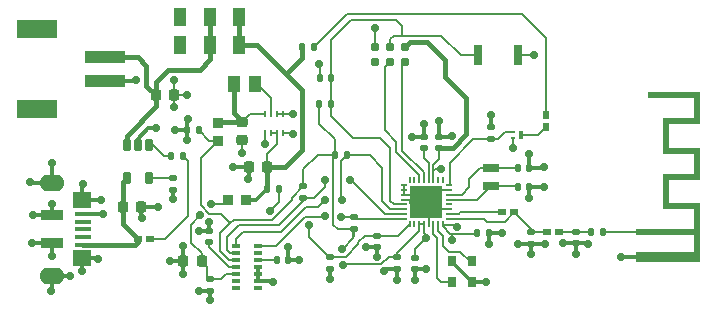
<source format=gtl>
%TF.GenerationSoftware,KiCad,Pcbnew,9.0.3*%
%TF.CreationDate,2025-09-07T14:42:41+02:00*%
%TF.ProjectId,LoTiBloxy,4c6f5469-426c-46f7-9879-2e6b69636164,rev?*%
%TF.SameCoordinates,Original*%
%TF.FileFunction,Copper,L1,Top*%
%TF.FilePolarity,Positive*%
%FSLAX46Y46*%
G04 Gerber Fmt 4.6, Leading zero omitted, Abs format (unit mm)*
G04 Created by KiCad (PCBNEW 9.0.3) date 2025-09-07 14:42:41*
%MOMM*%
%LPD*%
G01*
G04 APERTURE LIST*
G04 Aperture macros list*
%AMRoundRect*
0 Rectangle with rounded corners*
0 $1 Rounding radius*
0 $2 $3 $4 $5 $6 $7 $8 $9 X,Y pos of 4 corners*
0 Add a 4 corners polygon primitive as box body*
4,1,4,$2,$3,$4,$5,$6,$7,$8,$9,$2,$3,0*
0 Add four circle primitives for the rounded corners*
1,1,$1+$1,$2,$3*
1,1,$1+$1,$4,$5*
1,1,$1+$1,$6,$7*
1,1,$1+$1,$8,$9*
0 Add four rect primitives between the rounded corners*
20,1,$1+$1,$2,$3,$4,$5,0*
20,1,$1+$1,$4,$5,$6,$7,0*
20,1,$1+$1,$6,$7,$8,$9,0*
20,1,$1+$1,$8,$9,$2,$3,0*%
G04 Aperture macros list end*
%TA.AperFunction,EtchedComponent*%
%ADD10C,0.000000*%
%TD*%
%TA.AperFunction,SMDPad,CuDef*%
%ADD11R,3.403600X1.498600*%
%TD*%
%TA.AperFunction,SMDPad,CuDef*%
%ADD12R,3.505200X0.990600*%
%TD*%
%TA.AperFunction,ConnectorPad*%
%ADD13R,0.500000X0.500000*%
%TD*%
%TA.AperFunction,SMDPad,CuDef*%
%ADD14R,0.500000X0.900000*%
%TD*%
%TA.AperFunction,SMDPad,CuDef*%
%ADD15RoundRect,0.135000X-0.135000X-0.185000X0.135000X-0.185000X0.135000X0.185000X-0.135000X0.185000X0*%
%TD*%
%TA.AperFunction,SMDPad,CuDef*%
%ADD16R,0.939800X0.965200*%
%TD*%
%TA.AperFunction,SMDPad,CuDef*%
%ADD17RoundRect,0.140000X-0.170000X0.140000X-0.170000X-0.140000X0.170000X-0.140000X0.170000X0.140000X0*%
%TD*%
%TA.AperFunction,SMDPad,CuDef*%
%ADD18RoundRect,0.140000X0.140000X0.170000X-0.140000X0.170000X-0.140000X-0.170000X0.140000X-0.170000X0*%
%TD*%
%TA.AperFunction,SMDPad,CuDef*%
%ADD19RoundRect,0.225000X0.225000X0.250000X-0.225000X0.250000X-0.225000X-0.250000X0.225000X-0.250000X0*%
%TD*%
%TA.AperFunction,SMDPad,CuDef*%
%ADD20R,1.397000X0.698500*%
%TD*%
%TA.AperFunction,SMDPad,CuDef*%
%ADD21R,1.100000X1.420000*%
%TD*%
%TA.AperFunction,SMDPad,CuDef*%
%ADD22R,0.711200X0.558800*%
%TD*%
%TA.AperFunction,SMDPad,CuDef*%
%ADD23R,0.660400X0.609600*%
%TD*%
%TA.AperFunction,SMDPad,CuDef*%
%ADD24R,0.660400X0.399998*%
%TD*%
%TA.AperFunction,SMDPad,CuDef*%
%ADD25R,0.660400X0.400000*%
%TD*%
%TA.AperFunction,SMDPad,CuDef*%
%ADD26R,0.657700X0.400000*%
%TD*%
%TA.AperFunction,SMDPad,CuDef*%
%ADD27R,0.400000X0.250000*%
%TD*%
%TA.AperFunction,SMDPad,CuDef*%
%ADD28R,0.400000X0.700000*%
%TD*%
%TA.AperFunction,SMDPad,CuDef*%
%ADD29RoundRect,0.140000X-0.140000X-0.170000X0.140000X-0.170000X0.140000X0.170000X-0.140000X0.170000X0*%
%TD*%
%TA.AperFunction,SMDPad,CuDef*%
%ADD30RoundRect,0.150000X-0.150000X0.400000X-0.150000X-0.400000X0.150000X-0.400000X0.150000X0.400000X0*%
%TD*%
%TA.AperFunction,SMDPad,CuDef*%
%ADD31R,1.000000X1.600000*%
%TD*%
%TA.AperFunction,SMDPad,CuDef*%
%ADD32RoundRect,0.135000X-0.185000X0.135000X-0.185000X-0.135000X0.185000X-0.135000X0.185000X0.135000X0*%
%TD*%
%TA.AperFunction,SMDPad,CuDef*%
%ADD33RoundRect,0.225000X-0.250000X0.225000X-0.250000X-0.225000X0.250000X-0.225000X0.250000X0.225000X0*%
%TD*%
%TA.AperFunction,SMDPad,CuDef*%
%ADD34R,0.762000X0.965200*%
%TD*%
%TA.AperFunction,SMDPad,CuDef*%
%ADD35R,0.609600X0.660400*%
%TD*%
%TA.AperFunction,SMDPad,CuDef*%
%ADD36RoundRect,0.225000X-0.225000X-0.250000X0.225000X-0.250000X0.225000X0.250000X-0.225000X0.250000X0*%
%TD*%
%TA.AperFunction,ConnectorPad*%
%ADD37C,0.787400*%
%TD*%
%TA.AperFunction,SMDPad,CuDef*%
%ADD38R,0.253996X0.604900*%
%TD*%
%TA.AperFunction,SMDPad,CuDef*%
%ADD39R,0.254000X0.604900*%
%TD*%
%TA.AperFunction,SMDPad,CuDef*%
%ADD40RoundRect,0.140000X0.170000X-0.140000X0.170000X0.140000X-0.170000X0.140000X-0.170000X-0.140000X0*%
%TD*%
%TA.AperFunction,SMDPad,CuDef*%
%ADD41O,0.599999X0.200000*%
%TD*%
%TA.AperFunction,SMDPad,CuDef*%
%ADD42O,0.200000X0.599999*%
%TD*%
%TA.AperFunction,ComponentPad*%
%ADD43C,0.700000*%
%TD*%
%TA.AperFunction,SMDPad,CuDef*%
%ADD44R,2.799999X2.799999*%
%TD*%
%TA.AperFunction,SMDPad,CuDef*%
%ADD45R,1.371600X0.457200*%
%TD*%
%TA.AperFunction,SMDPad,CuDef*%
%ADD46R,1.371600X0.448601*%
%TD*%
%TA.AperFunction,SMDPad,CuDef*%
%ADD47R,1.371600X0.448600*%
%TD*%
%TA.AperFunction,SMDPad,CuDef*%
%ADD48R,1.371600X0.439998*%
%TD*%
%TA.AperFunction,ComponentPad*%
%ADD49O,2.108200X1.422400*%
%TD*%
%TA.AperFunction,SMDPad,CuDef*%
%ADD50R,1.549400X1.422400*%
%TD*%
%TA.AperFunction,SMDPad,CuDef*%
%ADD51R,1.905000X0.889000*%
%TD*%
%TA.AperFunction,SMDPad,CuDef*%
%ADD52RoundRect,0.135000X0.185000X-0.135000X0.185000X0.135000X-0.185000X0.135000X-0.185000X-0.135000X0*%
%TD*%
%TA.AperFunction,SMDPad,CuDef*%
%ADD53RoundRect,0.135000X0.135000X0.185000X-0.135000X0.185000X-0.135000X-0.185000X0.135000X-0.185000X0*%
%TD*%
%TA.AperFunction,SMDPad,CuDef*%
%ADD54R,0.800000X1.700000*%
%TD*%
%TA.AperFunction,SMDPad,CuDef*%
%ADD55R,0.965200X0.939800*%
%TD*%
%TA.AperFunction,ViaPad*%
%ADD56C,0.700000*%
%TD*%
%TA.AperFunction,Conductor*%
%ADD57C,0.200000*%
%TD*%
%TA.AperFunction,Conductor*%
%ADD58C,0.350000*%
%TD*%
%TA.AperFunction,Conductor*%
%ADD59C,0.400000*%
%TD*%
G04 APERTURE END LIST*
D10*
%TA.AperFunction,EtchedComponent*%
%TO.C,AE2*%
G36*
X137750000Y-92668196D02*
G01*
X135110000Y-92668196D01*
X135110000Y-94668196D01*
X137750000Y-94668196D01*
X137750000Y-97368196D01*
X135110000Y-97368196D01*
X135110000Y-99368196D01*
X137750000Y-99368196D01*
X137750000Y-104368196D01*
X132593215Y-104368196D01*
X132350000Y-104368196D01*
X132350000Y-103943352D01*
X132453957Y-103943352D01*
X132466065Y-103986015D01*
X132470419Y-103993927D01*
X132503203Y-104031870D01*
X132545605Y-104055938D01*
X132593215Y-104065779D01*
X132641622Y-104061043D01*
X132686416Y-104041381D01*
X132723186Y-104006441D01*
X132740092Y-103973549D01*
X132747982Y-103925463D01*
X132741408Y-103875878D01*
X132721313Y-103830568D01*
X132688643Y-103795308D01*
X132656417Y-103778414D01*
X132608158Y-103769974D01*
X132558632Y-103776505D01*
X132513447Y-103797064D01*
X132478213Y-103830707D01*
X132467600Y-103849318D01*
X132454700Y-103894833D01*
X132453957Y-103943352D01*
X132350000Y-103943352D01*
X132350000Y-103468196D01*
X137250000Y-103468196D01*
X137250000Y-102068196D01*
X132350000Y-102068196D01*
X132350000Y-101568196D01*
X137250000Y-101568196D01*
X137250000Y-99868196D01*
X134610000Y-99868196D01*
X134610000Y-96868196D01*
X137250000Y-96868196D01*
X137250000Y-95168196D01*
X134610000Y-95168196D01*
X134610000Y-92168196D01*
X137250000Y-92168196D01*
X137250000Y-90468196D01*
X133310000Y-90468196D01*
X133310000Y-89968196D01*
X137750000Y-89968196D01*
X137750000Y-92668196D01*
G37*
%TD.AperFunction*%
%TD*%
D11*
%TO.P,J2,4*%
%TO.N,N/C*%
X81605299Y-91350001D03*
%TO.P,J2,3*%
X81605299Y-84649999D03*
D12*
%TO.P,J2,2,2*%
%TO.N,GND*%
X87355300Y-89000001D03*
%TO.P,J2,1,1*%
%TO.N,/PowerSection/VBAT*%
X87355300Y-86999999D03*
%TD*%
D13*
%TO.P,AE2,1,A*%
%TO.N,/MCU/FEED*%
X132600000Y-101818196D03*
D14*
%TO.P,AE2,2,Shield*%
%TO.N,GND*%
X132600000Y-103918196D03*
%TD*%
D15*
%TO.P,R1,1*%
%TO.N,/VDD_1V8*%
X106805000Y-95300000D03*
%TO.P,R1,2*%
%TO.N,/SDA*%
X107825000Y-95300000D03*
%TD*%
D16*
%TO.P,FB1,1*%
%TO.N,/PowerSection/VOS*%
X96910000Y-92575700D03*
%TO.P,FB1,2*%
%TO.N,/VDD_1V8*%
X96910000Y-94074300D03*
%TD*%
D17*
%TO.P,C21,1*%
%TO.N,/MCU/batCheck*%
X110388192Y-102120000D03*
%TO.P,C21,2*%
%TO.N,GND*%
X110388192Y-103080000D03*
%TD*%
D18*
%TO.P,C7,1*%
%TO.N,/VDD_1V8*%
X95280000Y-93200000D03*
%TO.P,C7,2*%
%TO.N,GND*%
X94320000Y-93200000D03*
%TD*%
D17*
%TO.P,C13,1*%
%TO.N,/VDD_1V8*%
X113600000Y-103970000D03*
%TO.P,C13,2*%
%TO.N,GND*%
X113600000Y-104930000D03*
%TD*%
D19*
%TO.P,C10,1*%
%TO.N,/VSYS*%
X101054200Y-96316800D03*
%TO.P,C10,2*%
%TO.N,GND*%
X99504200Y-96316800D03*
%TD*%
D20*
%TO.P,XTAL1,1,1*%
%TO.N,/MCU/x32_Q2*%
X120015000Y-96399350D03*
%TO.P,XTAL1,2,2*%
%TO.N,/MCU/x32_Q1*%
X120015000Y-97910650D03*
%TD*%
D21*
%TO.P,L1,1,1*%
%TO.N,/PowerSection/SW*%
X100035000Y-89300000D03*
%TO.P,L1,2,2*%
%TO.N,/PowerSection/VOS*%
X98265000Y-89300000D03*
%TD*%
D22*
%TO.P,L5,1,1*%
%TO.N,/MCU/RFP*%
X124769300Y-101818196D03*
%TO.P,L5,2,2*%
%TO.N,/MCU/AntsCaps*%
X125810700Y-101818196D03*
%TD*%
D23*
%TO.P,D1,1,K*%
%TO.N,Net-(D1-K)*%
X91180273Y-102404419D03*
%TO.P,D1,2,A*%
%TO.N,/PowerSection/VBUS*%
X90138873Y-102404419D03*
%TD*%
D15*
%TO.P,R9,1*%
%TO.N,/VSYS*%
X104036400Y-86106000D03*
%TO.P,R9,2*%
%TO.N,Net-(D2-A)*%
X105056400Y-86106000D03*
%TD*%
D17*
%TO.P,C5,1*%
%TO.N,/MCU/AntsCaps*%
X127240000Y-101788196D03*
%TO.P,C5,2*%
%TO.N,GND*%
X127240000Y-102748196D03*
%TD*%
D24*
%TO.P,U1,1,SDA*%
%TO.N,/SDA*%
X98425000Y-102975001D03*
D25*
%TO.P,U1,2,SCL*%
%TO.N,/SCL*%
X98425000Y-103575000D03*
D24*
%TO.P,U1,3,LDO_EN*%
%TO.N,/VDD_1V8*%
X98425000Y-104175001D03*
D25*
%TO.P,U1,4,VLDO*%
%TO.N,/sensor/VLDO*%
X98425000Y-104775000D03*
%TO.P,U1,5,VLED*%
%TO.N,/VLED*%
X98425000Y-105375000D03*
%TO.P,U1,6,NC*%
%TO.N,unconnected-(U1-NC-Pad6)*%
X98425000Y-105975000D03*
%TO.P,U1,7,NC*%
%TO.N,unconnected-(U1-NC-Pad7)*%
X98425000Y-106575000D03*
%TO.P,U1,8,NC*%
%TO.N,unconnected-(U1-NC-Pad8)*%
X100330000Y-106575000D03*
%TO.P,U1,9,PGND*%
%TO.N,GND*%
X100330000Y-105975000D03*
%TO.P,U1,10,GND_DIG*%
X100330000Y-105375000D03*
D26*
%TO.P,U1,11,GND_ANA*%
X100331350Y-104775000D03*
D24*
%TO.P,U1,12,VREF*%
%TO.N,/sensor/VREF*%
X100330000Y-104175001D03*
D25*
%TO.P,U1,13,GPIO*%
%TO.N,unconnected-(U1-GPIO-Pad13)*%
X100330000Y-103575000D03*
D24*
%TO.P,U1,14,INTB*%
%TO.N,/INTB*%
X100330000Y-102975001D03*
%TD*%
D22*
%TO.P,L4,1,1*%
%TO.N,/MCU/RFN*%
X120919300Y-100118196D03*
%TO.P,L4,2,2*%
%TO.N,/MCU/RFP*%
X121960700Y-100118196D03*
%TD*%
D27*
%TO.P,Q1,1,G*%
%TO.N,/MCU/statusCtrl*%
X121900000Y-93375001D03*
D28*
%TO.P,Q1,2,D*%
%TO.N,Net-(D2-K)*%
X122600000Y-93600000D03*
D27*
%TO.P,Q1,3,S*%
%TO.N,GND*%
X121900000Y-93824999D03*
%TD*%
D29*
%TO.P,C15,1*%
%TO.N,/MCU/x32_Q2*%
X122285000Y-96355000D03*
%TO.P,C15,2*%
%TO.N,GND*%
X123245000Y-96355000D03*
%TD*%
%TO.P,C6,1*%
%TO.N,/MCU/AntsCaps*%
X128510000Y-101838196D03*
%TO.P,C6,2*%
%TO.N,/MCU/FEED*%
X129470000Y-101838196D03*
%TD*%
D30*
%TO.P,U4,1,STAT*%
%TO.N,/PowerSection/STAT*%
X91075000Y-94450000D03*
%TO.P,U4,2,VSS*%
%TO.N,GND*%
X90125000Y-94450000D03*
%TO.P,U4,3,VBAT*%
%TO.N,/PowerSection/VBAT*%
X89175000Y-94450000D03*
%TO.P,U4,4,VDD*%
%TO.N,/PowerSection/VBUS*%
X89175000Y-97250000D03*
%TO.P,U4,5,PROG*%
%TO.N,/PowerSection/PROG*%
X91075000Y-97250000D03*
%TD*%
D31*
%TO.P,S3,1,1*%
%TO.N,/VSYS*%
X98700000Y-86000000D03*
%TO.P,S3,1.1,1*%
X98700000Y-83600000D03*
%TO.P,S3,2,2*%
%TO.N,/PowerSection/VBAT*%
X96200000Y-86000000D03*
%TO.P,S3,2.1,2*%
X96200000Y-83600000D03*
%TO.P,S3,3,3*%
%TO.N,unconnected-(S3-Pad3)*%
X93700000Y-86000000D03*
%TO.P,S3,3.1,3*%
%TO.N,unconnected-(S3-3-Pad3.1)*%
X93700000Y-83600000D03*
%TD*%
D19*
%TO.P,C2,1*%
%TO.N,/VLED*%
X95525000Y-104250000D03*
%TO.P,C2,2*%
%TO.N,GND*%
X93975000Y-104250000D03*
%TD*%
D18*
%TO.P,C19,1*%
%TO.N,/MCU/nRESET*%
X106480000Y-88800000D03*
%TO.P,C19,2*%
%TO.N,GND*%
X105520000Y-88800000D03*
%TD*%
D32*
%TO.P,R7,1*%
%TO.N,/MCU/batCheck*%
X106400000Y-103890000D03*
%TO.P,R7,2*%
%TO.N,GND*%
X106400000Y-104910000D03*
%TD*%
D15*
%TO.P,R4,1*%
%TO.N,/VDD_1V8*%
X105490000Y-91000000D03*
%TO.P,R4,2*%
%TO.N,/MCU/nRESET*%
X106510000Y-91000000D03*
%TD*%
D33*
%TO.P,C11,1*%
%TO.N,/PowerSection/VOS*%
X98960000Y-92475000D03*
%TO.P,C11,2*%
%TO.N,GND*%
X98960000Y-94025000D03*
%TD*%
D17*
%TO.P,C20,1*%
%TO.N,/VLED*%
X96274700Y-105811600D03*
%TO.P,C20,2*%
%TO.N,GND*%
X96274700Y-106771600D03*
%TD*%
D34*
%TO.P,XTAL2,1,1*%
%TO.N,/MCU/x24_P*%
X118450001Y-104297401D03*
%TO.P,XTAL2,2,2*%
%TO.N,GND*%
X116749999Y-104297401D03*
%TO.P,XTAL2,3,3*%
%TO.N,/MCU/x24_N*%
X116749999Y-106050001D03*
%TO.P,XTAL2,4,4*%
%TO.N,GND*%
X118450001Y-106050001D03*
%TD*%
D35*
%TO.P,D2,1,K*%
%TO.N,Net-(D2-K)*%
X124690000Y-92943196D03*
%TO.P,D2,2,A*%
%TO.N,Net-(D2-A)*%
X124690000Y-91901796D03*
%TD*%
D36*
%TO.P,C18,1*%
%TO.N,/PowerSection/VBAT*%
X91625000Y-90200000D03*
%TO.P,C18,2*%
%TO.N,GND*%
X93175000Y-90200000D03*
%TD*%
D37*
%TO.P,J1,1,VCC*%
%TO.N,/VDD_1V8*%
X112730000Y-86165000D03*
%TO.P,J1,2,SWDIO*%
%TO.N,/MCU/TMS*%
X112730000Y-87435000D03*
%TO.P,J1,3,~{RESET}*%
%TO.N,/MCU/nRESET*%
X111460000Y-86165000D03*
%TO.P,J1,4,SWCLK*%
%TO.N,/MCU/TCK*%
X111460000Y-87435000D03*
%TO.P,J1,5,GND*%
%TO.N,GND*%
X110190000Y-86165000D03*
%TO.P,J1,6,SWO*%
%TO.N,unconnected-(J1-SWO-Pad6)*%
X110190000Y-87435000D03*
%TD*%
D38*
%TO.P,U3,1,GND*%
%TO.N,GND*%
X100900001Y-93452450D03*
D39*
%TO.P,U3,2,VIN*%
%TO.N,/VSYS*%
X101400000Y-93452450D03*
%TO.P,U3,3,MODE*%
X101900000Y-93452450D03*
D38*
%TO.P,U3,4,EN*%
%TO.N,GND*%
X102399999Y-93452450D03*
D39*
%TO.P,U3,5,VSET*%
X102400001Y-91847550D03*
%TO.P,U3,6,STOP*%
X101900000Y-91847550D03*
%TO.P,U3,7,SW*%
%TO.N,/PowerSection/SW*%
X101400000Y-91847550D03*
D38*
%TO.P,U3,8,VOS*%
%TO.N,/PowerSection/VOS*%
X100900001Y-91847550D03*
%TD*%
D32*
%TO.P,R6,1*%
%TO.N,/PowerSection/PROG*%
X93088873Y-97269419D03*
%TO.P,R6,2*%
%TO.N,GND*%
X93088873Y-98289419D03*
%TD*%
D40*
%TO.P,C8,1*%
%TO.N,/VDD_1V8*%
X115640000Y-94698196D03*
%TO.P,C8,2*%
%TO.N,GND*%
X115640000Y-93738196D03*
%TD*%
D32*
%TO.P,R2,1*%
%TO.N,/VDD_1V8*%
X104140000Y-97915000D03*
%TO.P,R2,2*%
%TO.N,/SCL*%
X104140000Y-98935000D03*
%TD*%
D36*
%TO.P,C12,1*%
%TO.N,/PowerSection/VBUS*%
X88875000Y-99650000D03*
%TO.P,C12,2*%
%TO.N,GND*%
X90425000Y-99650000D03*
%TD*%
D40*
%TO.P,C1,1*%
%TO.N,/sensor/VLDO*%
X96174700Y-102691600D03*
%TO.P,C1,2*%
%TO.N,GND*%
X96174700Y-101731600D03*
%TD*%
D41*
%TO.P,U2,1,RF_P*%
%TO.N,/MCU/RFP*%
X116439999Y-100668198D03*
%TO.P,U2,2,RF_N*%
%TO.N,/MCU/RFN*%
X116439999Y-100268197D03*
%TO.P,U2,3,VSS*%
%TO.N,GND*%
X116439999Y-99868197D03*
%TO.P,U2,4,RX_TX*%
%TO.N,unconnected-(U2-RX_TX-Pad4)*%
X116439999Y-99468198D03*
%TO.P,U2,5,X32K_Q1*%
%TO.N,/MCU/x32_Q1*%
X116439999Y-99068196D03*
%TO.P,U2,6,X32K_Q2*%
%TO.N,/MCU/x32_Q2*%
X116439999Y-98668197D03*
%TO.P,U2,7,VSS*%
%TO.N,GND*%
X116439999Y-98268198D03*
%TO.P,U2,8,DIO_0*%
%TO.N,/MCU/statusCtrl*%
X116439999Y-97868196D03*
D42*
%TO.P,U2,9,DIO_1*%
%TO.N,unconnected-(U2-DIO_1-Pad9)*%
X115940000Y-97368197D03*
%TO.P,U2,10,DIO_2*%
%TO.N,unconnected-(U2-DIO_2-Pad10)*%
X115539998Y-97368197D03*
%TO.P,U2,11,VDDS2*%
%TO.N,/VDD_1V8*%
X115139999Y-97368197D03*
%TO.P,U2,12,DCOUPL*%
%TO.N,/MCU/DCOUPL*%
X114740000Y-97368197D03*
%TO.P,U2,13,JTAG_TMSC*%
%TO.N,/MCU/TMS*%
X114339998Y-97368197D03*
%TO.P,U2,14,JTAG_TCKC*%
%TO.N,/MCU/TCK*%
X113939999Y-97368197D03*
%TO.P,U2,15,DIO_3*%
%TO.N,unconnected-(U2-DIO_3-Pad15)*%
X113539999Y-97368197D03*
%TO.P,U2,16,DIO_4*%
%TO.N,unconnected-(U2-DIO_4-Pad16)*%
X113139998Y-97368197D03*
D41*
%TO.P,U2,17,VSS*%
%TO.N,GND*%
X112640001Y-97868196D03*
%TO.P,U2,18,DCDC_SW*%
X112640001Y-98268198D03*
%TO.P,U2,19,VDDS_DCDC*%
X112640001Y-98668197D03*
%TO.P,U2,20,VSS*%
X112640001Y-99068196D03*
%TO.P,U2,21,RESET_N*%
%TO.N,/MCU/nRESET*%
X112640001Y-99468198D03*
%TO.P,U2,22,DIO_5*%
%TO.N,/SDA*%
X112640001Y-99868197D03*
%TO.P,U2,23,DIO_6*%
%TO.N,/SCL*%
X112640001Y-100268197D03*
%TO.P,U2,24,DIO_7*%
%TO.N,/INTB*%
X112640001Y-100668198D03*
D42*
%TO.P,U2,25,DIO_8*%
%TO.N,/MCU/batCheck*%
X113139998Y-101168195D03*
%TO.P,U2,26,DIO_9*%
%TO.N,unconnected-(U2-DIO_9-Pad26)*%
X113539999Y-101168195D03*
%TO.P,U2,27,VDDS*%
%TO.N,/VDD_1V8*%
X113939999Y-101168195D03*
%TO.P,U2,28,VDDR*%
X114339998Y-101168195D03*
%TO.P,U2,29,VSS*%
%TO.N,GND*%
X114740000Y-101168195D03*
%TO.P,U2,30,X24M_N*%
%TO.N,/MCU/x24_N*%
X115139999Y-101168195D03*
%TO.P,U2,31,X24M_P*%
%TO.N,/MCU/x24_P*%
X115539998Y-101168195D03*
%TO.P,U2,32,VDDR_RF*%
%TO.N,/VDD_1V8*%
X115940000Y-101168195D03*
D43*
%TO.P,U2,33,EGP*%
%TO.N,GND*%
X115565000Y-99268196D03*
X114540000Y-100318196D03*
X114540000Y-98218196D03*
X114539997Y-99268196D03*
D44*
X114539997Y-99268196D03*
D43*
X113465000Y-99268196D03*
%TD*%
D17*
%TO.P,C9,1*%
%TO.N,/VDD_1V8*%
X112065000Y-103938196D03*
%TO.P,C9,2*%
%TO.N,GND*%
X112065000Y-104898196D03*
%TD*%
D45*
%TO.P,J3,1,VBUS*%
%TO.N,/PowerSection/VBUS*%
X85493500Y-102875000D03*
D46*
%TO.P,J3,2,D-*%
%TO.N,unconnected-(J3-D--Pad2)*%
X85493500Y-102220699D03*
D47*
%TO.P,J3,3,D+*%
%TO.N,unconnected-(J3-D+-Pad3)*%
X85493500Y-101570700D03*
D48*
%TO.P,J3,4,ID*%
%TO.N,unconnected-(J3-ID-Pad4)*%
X85493500Y-100925001D03*
D45*
%TO.P,J3,5,GND*%
%TO.N,GND*%
X85493500Y-100275000D03*
D49*
%TO.P,J3,6,Shield*%
X82829299Y-97625000D03*
D50*
X85404600Y-99112501D03*
D51*
X82829299Y-100387500D03*
X82829299Y-102762500D03*
D50*
X85404600Y-104037499D03*
D49*
X82829299Y-105525000D03*
%TD*%
D29*
%TO.P,C14,1*%
%TO.N,/VDD_1V8*%
X118885000Y-101918196D03*
%TO.P,C14,2*%
%TO.N,GND*%
X119845000Y-101918196D03*
%TD*%
%TO.P,C3,1*%
%TO.N,/sensor/VREF*%
X101920000Y-104200000D03*
%TO.P,C3,2*%
%TO.N,GND*%
X102880000Y-104200000D03*
%TD*%
%TO.P,C16,1*%
%TO.N,/MCU/x32_Q1*%
X122285000Y-97955000D03*
%TO.P,C16,2*%
%TO.N,GND*%
X123245000Y-97955000D03*
%TD*%
D52*
%TO.P,R10,1*%
%TO.N,/MCU/statusCtrl*%
X120000000Y-93968197D03*
%TO.P,R10,2*%
%TO.N,GND*%
X120000000Y-92948197D03*
%TD*%
%TO.P,R3,1*%
%TO.N,/VDD_1V8*%
X108407200Y-101551200D03*
%TO.P,R3,2*%
%TO.N,/INTB*%
X108407200Y-100531200D03*
%TD*%
D15*
%TO.P,R8,1*%
%TO.N,/VSYS*%
X101039200Y-98196400D03*
%TO.P,R8,2*%
%TO.N,/MCU/batCheck*%
X102059200Y-98196400D03*
%TD*%
D17*
%TO.P,C4,1*%
%TO.N,/MCU/RFP*%
X123390000Y-101838196D03*
%TO.P,C4,2*%
%TO.N,GND*%
X123390000Y-102798196D03*
%TD*%
D53*
%TO.P,R5,1*%
%TO.N,Net-(D1-K)*%
X93973873Y-95379419D03*
%TO.P,R5,2*%
%TO.N,/PowerSection/STAT*%
X92953873Y-95379419D03*
%TD*%
D54*
%TO.P,S1,1*%
%TO.N,/MCU/nRESET*%
X118900000Y-86800000D03*
%TO.P,S1,2*%
%TO.N,GND*%
X122300000Y-86800000D03*
%TD*%
D55*
%TO.P,FB2,1*%
%TO.N,/VSYS*%
X99299300Y-99100000D03*
%TO.P,FB2,2*%
%TO.N,/VLED*%
X97800700Y-99100000D03*
%TD*%
D40*
%TO.P,C17,1*%
%TO.N,/MCU/DCOUPL*%
X114340000Y-94698196D03*
%TO.P,C17,2*%
%TO.N,GND*%
X114340000Y-93738196D03*
%TD*%
D56*
%TO.N,GND*%
X96174700Y-100975300D03*
X95325000Y-101750000D03*
X92850000Y-104250000D03*
X84375000Y-105525000D03*
X124495000Y-97955000D03*
X85450000Y-97750000D03*
X87050000Y-99100000D03*
X120000000Y-91875000D03*
X91650000Y-93000000D03*
X96250000Y-107600000D03*
X95321600Y-106771600D03*
X113300000Y-93738196D03*
X106400000Y-105750000D03*
X126150000Y-102725000D03*
X114525000Y-104925000D03*
X120950000Y-101900000D03*
X131075000Y-103900000D03*
X111000000Y-105150000D03*
X98166800Y-96316800D03*
X103775000Y-104200000D03*
X115640000Y-92410000D03*
X82850000Y-95950000D03*
X123700000Y-86800000D03*
X124500000Y-96300000D03*
X100875000Y-94350000D03*
X93200000Y-91200000D03*
X90450000Y-100600000D03*
X116700000Y-93700000D03*
X102880000Y-103105000D03*
X93175000Y-88975000D03*
X123250000Y-95200000D03*
X94300000Y-94000000D03*
X114350000Y-92700000D03*
X99475000Y-97325000D03*
X119585000Y-106050001D03*
X119845000Y-102795000D03*
X124600000Y-102800000D03*
X90000000Y-88975000D03*
X93250000Y-93200000D03*
X98960000Y-95140000D03*
X81225000Y-100375000D03*
X112050000Y-105850000D03*
X82850000Y-103850000D03*
X128250000Y-102800000D03*
X93088873Y-99038873D03*
X87200000Y-100250000D03*
X93975000Y-105374400D03*
X82800000Y-106825000D03*
X82850000Y-99400000D03*
X105475000Y-87600000D03*
X123245000Y-98895000D03*
X110375000Y-103896400D03*
X81200000Y-102700000D03*
X86732618Y-104056948D03*
X94350000Y-92250000D03*
X110175000Y-84575000D03*
X127250000Y-103650000D03*
X122301804Y-102798196D03*
X121900000Y-94700000D03*
X91850000Y-99650000D03*
X103250000Y-91850000D03*
X123390000Y-103640000D03*
X101600000Y-106000000D03*
X85400000Y-105150000D03*
X93975000Y-102991294D03*
X94300000Y-90200000D03*
X103250000Y-93475000D03*
X113600000Y-105850000D03*
X109480000Y-103080000D03*
X81000000Y-97600000D03*
%TO.N,/VLED*%
X95376600Y-100406600D03*
X96331902Y-99451298D03*
%TO.N,/VDD_1V8*%
X117150000Y-101400000D03*
X114550000Y-102300000D03*
X116725000Y-102500000D03*
X107500000Y-104565000D03*
X115800000Y-96450000D03*
X107450000Y-103215000D03*
%TO.N,/MCU/batCheck*%
X104650000Y-101200000D03*
X101281475Y-100025000D03*
%TO.N,/SDA*%
X106000000Y-99100000D03*
X107430000Y-99100000D03*
%TO.N,/SCL*%
X105950000Y-97375000D03*
X108090000Y-97400000D03*
%TO.N,/INTB*%
X106000000Y-100475000D03*
X107354000Y-100500000D03*
%TD*%
D57*
%TO.N,/MCU/statusCtrl*%
X116575000Y-97733195D02*
X116439999Y-97868196D01*
X116575000Y-95931195D02*
X116575000Y-97733195D01*
X118537998Y-93968197D02*
X116575000Y-95931195D01*
X120000000Y-93968197D02*
X118537998Y-93968197D01*
%TO.N,/MCU/RFN*%
X117431804Y-100118196D02*
X120919300Y-100118196D01*
X117281803Y-100268197D02*
X117431804Y-100118196D01*
X116439999Y-100268197D02*
X117281803Y-100268197D01*
%TO.N,/SCL*%
X111083797Y-100268197D02*
X112640001Y-100268197D01*
X108090000Y-97400000D02*
X108215600Y-97400000D01*
X108215600Y-97400000D02*
X111083797Y-100268197D01*
%TO.N,/VDD_1V8*%
X107051200Y-101551200D02*
X108407200Y-101551200D01*
X106675000Y-101175000D02*
X107051200Y-101551200D01*
X106675000Y-95430000D02*
X106675000Y-101175000D01*
X106805000Y-95300000D02*
X106675000Y-95430000D01*
%TO.N,/INTB*%
X105975000Y-100500000D02*
X104300000Y-100500000D01*
X106000000Y-100475000D02*
X105975000Y-100500000D01*
X104300000Y-100500000D02*
X101824999Y-102975001D01*
X101824999Y-102975001D02*
X100330000Y-102975001D01*
%TO.N,/SCL*%
X105950000Y-98025000D02*
X105040000Y-98935000D01*
X105950000Y-97375000D02*
X105950000Y-98025000D01*
X105040000Y-98935000D02*
X104140000Y-98935000D01*
%TO.N,/SDA*%
X98425000Y-102425000D02*
X98425000Y-102975001D01*
X99050000Y-101800000D02*
X98425000Y-102425000D01*
X105379600Y-99720400D02*
X104343200Y-99720400D01*
X104343200Y-99720400D02*
X102263600Y-101800000D01*
X106000000Y-99100000D02*
X105379600Y-99720400D01*
X102263600Y-101800000D02*
X99050000Y-101800000D01*
%TO.N,/VDD_1V8*%
X116941600Y-101193600D02*
X115965405Y-101193600D01*
X117148000Y-101400000D02*
X116941600Y-101193600D01*
X117150000Y-101400000D02*
X117148000Y-101400000D01*
X115965405Y-101193600D02*
X115940000Y-101168195D01*
X116550000Y-101950000D02*
X115940000Y-101340000D01*
X118853196Y-101950000D02*
X116550000Y-101950000D01*
X118885000Y-101918196D02*
X118853196Y-101950000D01*
X115940000Y-101340000D02*
X115940000Y-101168195D01*
X116750000Y-102288527D02*
X116750000Y-101918196D01*
X116825000Y-102363527D02*
X116750000Y-102288527D01*
X116825000Y-102400000D02*
X116825000Y-102363527D01*
X116725000Y-102500000D02*
X116825000Y-102400000D01*
X103150000Y-99100000D02*
X103150000Y-98905000D01*
X101500000Y-100750000D02*
X103150000Y-99100000D01*
X103150000Y-98905000D02*
X104140000Y-97915000D01*
X97950000Y-101050000D02*
X98250000Y-100750000D01*
X98250000Y-100750000D02*
X101500000Y-100750000D01*
X111362475Y-103938196D02*
X112065000Y-103938196D01*
X110754271Y-104546400D02*
X111362475Y-103938196D01*
X107518600Y-104546400D02*
X110754271Y-104546400D01*
X107500000Y-104565000D02*
X107518600Y-104546400D01*
D58*
%TO.N,GND*%
X111301804Y-104898196D02*
X112065000Y-104898196D01*
X111290863Y-104909137D02*
X111301804Y-104898196D01*
X111240863Y-104909137D02*
X111290863Y-104909137D01*
X111000000Y-105150000D02*
X111240863Y-104909137D01*
X96200000Y-100950000D02*
X96174700Y-100975300D01*
X96174700Y-101731600D02*
X96174700Y-100975300D01*
X95343400Y-101731600D02*
X95325000Y-101750000D01*
X96174700Y-101731600D02*
X95343400Y-101731600D01*
D57*
%TO.N,/VLED*%
X95525000Y-103620640D02*
X95525000Y-104250000D01*
X94600000Y-102695640D02*
X95525000Y-103620640D01*
X95376600Y-100406600D02*
X94600000Y-101183200D01*
X94600000Y-101183200D02*
X94600000Y-102695640D01*
%TO.N,/MCU/x24_P*%
X118215599Y-104297401D02*
X118450001Y-104297401D01*
X117431999Y-103513801D02*
X118215599Y-104297401D01*
X116000000Y-103000000D02*
X116513801Y-103513801D01*
X116513801Y-103513801D02*
X117431999Y-103513801D01*
X115539998Y-101689998D02*
X116000000Y-102150000D01*
X116000000Y-102150000D02*
X116000000Y-103000000D01*
X115539998Y-101168195D02*
X115539998Y-101689998D01*
%TO.N,/MCU/x24_N*%
X115444600Y-105715505D02*
X115779096Y-106050001D01*
X115484800Y-104097000D02*
X115444600Y-104137200D01*
X115139999Y-101989999D02*
X115484800Y-102334800D01*
X115779096Y-106050001D02*
X116749999Y-106050001D01*
X115139999Y-101168195D02*
X115139999Y-101989999D01*
X115484800Y-102334800D02*
X115484800Y-104097000D01*
X115444600Y-104137200D02*
X115444600Y-105715505D01*
%TO.N,/VDD_1V8*%
X113600000Y-103250000D02*
X114550000Y-102300000D01*
X113600000Y-103970000D02*
X113600000Y-103250000D01*
X114550000Y-102110002D02*
X114339998Y-101900000D01*
X114550000Y-102300000D02*
X114550000Y-102110002D01*
X114339998Y-101900000D02*
X114339998Y-101168195D01*
X113939999Y-101710001D02*
X113939999Y-101168195D01*
X112065000Y-103585000D02*
X113939999Y-101710001D01*
X112065000Y-103938196D02*
X112065000Y-103585000D01*
%TO.N,/MCU/FEED*%
X129490000Y-101818196D02*
X129470000Y-101838196D01*
X132600000Y-101818196D02*
X129490000Y-101818196D01*
%TO.N,/sensor/VLDO*%
X96174700Y-103085501D02*
X97864199Y-104775000D01*
X97864199Y-104775000D02*
X98425000Y-104775000D01*
X96174700Y-102691600D02*
X96174700Y-103085501D01*
D58*
%TO.N,GND*%
X118450001Y-106050001D02*
X119585000Y-106050001D01*
X82829299Y-105525000D02*
X84375000Y-105525000D01*
X90425000Y-99650000D02*
X91850000Y-99650000D01*
X123390000Y-102798196D02*
X124598196Y-102798196D01*
D57*
X100900001Y-93452450D02*
X100900001Y-94324999D01*
D58*
X112065000Y-105835000D02*
X112050000Y-105850000D01*
X103740000Y-104165000D02*
X103775000Y-104200000D01*
D57*
X113939998Y-98668197D02*
X114539997Y-99268196D01*
D58*
X101625000Y-105975000D02*
X101600000Y-106000000D01*
X90125000Y-94450000D02*
X90125000Y-93900001D01*
X109450000Y-103050000D02*
X109480000Y-103080000D01*
D57*
X93175000Y-90200000D02*
X94300000Y-90200000D01*
D58*
X95321600Y-106771600D02*
X95300000Y-106750000D01*
X119845000Y-101918196D02*
X119845000Y-102795000D01*
X82829299Y-99420701D02*
X82850000Y-99400000D01*
X114520000Y-104930000D02*
X114525000Y-104925000D01*
X100331350Y-104775000D02*
X100331350Y-105373650D01*
X91025001Y-93000000D02*
X91650000Y-93000000D01*
X123250000Y-98900000D02*
X123245000Y-98895000D01*
D57*
X112640001Y-98268198D02*
X112640001Y-98668197D01*
D58*
X120000000Y-91850000D02*
X120000000Y-91875000D01*
X82829299Y-97625000D02*
X81025000Y-97625000D01*
X113600000Y-105850000D02*
X113600000Y-104930000D01*
X123390000Y-102798196D02*
X123390000Y-103640000D01*
X87175000Y-100275000D02*
X87200000Y-100250000D01*
X124598196Y-102798196D02*
X124600000Y-102800000D01*
D57*
X102399999Y-93452450D02*
X103227450Y-93452450D01*
D58*
X106400000Y-104910000D02*
X106400000Y-105750000D01*
X94320000Y-92280000D02*
X94350000Y-92250000D01*
X85404600Y-99112501D02*
X85404600Y-97795400D01*
D57*
X103227450Y-93452450D02*
X103250000Y-93475000D01*
D58*
X120931804Y-101918196D02*
X120950000Y-101900000D01*
X93966600Y-104241600D02*
X93975000Y-104250000D01*
X96274700Y-106771600D02*
X96274700Y-107575300D01*
X128198196Y-102748196D02*
X128250000Y-102800000D01*
X90125000Y-93900001D02*
X91025001Y-93000000D01*
X116749999Y-104297401D02*
X116749999Y-104349999D01*
D57*
X116439999Y-99868197D02*
X115139998Y-99868197D01*
D58*
X131075000Y-103900000D02*
X131093196Y-103918196D01*
D57*
X112640001Y-97868196D02*
X112640001Y-98268198D01*
X110190000Y-86165000D02*
X110190000Y-84590000D01*
D58*
X99504200Y-97295800D02*
X99475000Y-97325000D01*
X123245000Y-97955000D02*
X124495000Y-97955000D01*
X94320000Y-93980000D02*
X94300000Y-94000000D01*
X90425000Y-100575000D02*
X90450000Y-100600000D01*
X82829299Y-106795701D02*
X82800000Y-106825000D01*
D57*
X116439999Y-98268198D02*
X114590002Y-98268198D01*
D58*
X94320000Y-93200000D02*
X94320000Y-92280000D01*
X87355300Y-89000001D02*
X89974999Y-89000001D01*
X100330000Y-105375000D02*
X100330000Y-105975000D01*
X86739566Y-104050000D02*
X86732618Y-104056948D01*
X102880000Y-104165000D02*
X103740000Y-104165000D01*
D57*
X112640001Y-99068196D02*
X113265000Y-99068196D01*
D58*
X85404600Y-97795400D02*
X85450000Y-97750000D01*
X85404600Y-105145400D02*
X85400000Y-105150000D01*
X127240000Y-102748196D02*
X126173196Y-102748196D01*
X85404600Y-104037499D02*
X85404600Y-105145400D01*
X93975000Y-102991294D02*
X93975000Y-104250000D01*
X110388192Y-103080000D02*
X109480000Y-103080000D01*
D57*
X105520000Y-87645000D02*
X105475000Y-87600000D01*
D58*
X86737499Y-104037499D02*
X86750000Y-104050000D01*
D57*
X98950000Y-95150000D02*
X98960000Y-95140000D01*
X121900000Y-93824999D02*
X121900000Y-94700000D01*
D58*
X122300000Y-102800000D02*
X122301804Y-102798196D01*
X82829299Y-100387500D02*
X81237500Y-100387500D01*
X127240000Y-102748196D02*
X128198196Y-102748196D01*
X82829299Y-100387500D02*
X82829299Y-99420701D01*
X85404600Y-104037499D02*
X86737499Y-104037499D01*
X81262500Y-102762500D02*
X81200000Y-102700000D01*
X123245000Y-96355000D02*
X123245000Y-95205000D01*
D57*
X110190000Y-84590000D02*
X110175000Y-84575000D01*
D58*
X85404600Y-99112501D02*
X87037499Y-99112501D01*
D57*
X112640001Y-98668197D02*
X113939998Y-98668197D01*
D58*
X124500000Y-97950000D02*
X124495000Y-97955000D01*
X127240000Y-102748196D02*
X127240000Y-103640000D01*
X93100000Y-99050000D02*
X93088873Y-99038873D01*
X110388192Y-103883208D02*
X110375000Y-103896400D01*
D57*
X102400001Y-91847550D02*
X103247550Y-91847550D01*
D58*
X99504200Y-96316800D02*
X98166800Y-96316800D01*
X123245000Y-97955000D02*
X123245000Y-98895000D01*
X94320000Y-93200000D02*
X93250000Y-93200000D01*
X89974999Y-89000001D02*
X90000000Y-88975000D01*
X115650000Y-92400000D02*
X115640000Y-92410000D01*
D57*
X115139998Y-99868197D02*
X114539997Y-99268196D01*
D58*
X123245000Y-95205000D02*
X123250000Y-95200000D01*
D57*
X98960000Y-94025000D02*
X98960000Y-95140000D01*
D58*
X99504200Y-96316800D02*
X99504200Y-97295800D01*
X93300000Y-104250000D02*
X93308400Y-104241600D01*
D57*
X93175000Y-91175000D02*
X93200000Y-91200000D01*
D58*
X96274700Y-107575300D02*
X96250000Y-107600000D01*
X114340000Y-92710000D02*
X114350000Y-92700000D01*
D57*
X93175000Y-90200000D02*
X93175000Y-88975000D01*
D58*
X81025000Y-97625000D02*
X81000000Y-97600000D01*
X92850000Y-104250000D02*
X93300000Y-104250000D01*
D57*
X113265000Y-99068196D02*
X113465000Y-99268196D01*
D58*
X93308400Y-104241600D02*
X93966600Y-104241600D01*
X120000000Y-92948197D02*
X120000000Y-91850000D01*
D57*
X114740000Y-101168195D02*
X114740000Y-100518196D01*
X101900000Y-91847550D02*
X102400001Y-91847550D01*
D58*
X115640000Y-93738196D02*
X115640000Y-92410000D01*
X96274700Y-106771600D02*
X95321600Y-106771600D01*
X131093196Y-103918196D02*
X132600000Y-103918196D01*
D57*
X100900001Y-94324999D02*
X100875000Y-94350000D01*
D58*
X123390000Y-102798196D02*
X122301804Y-102798196D01*
X100330000Y-105975000D02*
X101625000Y-105975000D01*
X82829299Y-97625000D02*
X82829299Y-95970701D01*
X86750000Y-104050000D02*
X86739566Y-104050000D01*
X82850000Y-103850000D02*
X82829299Y-103829299D01*
D57*
X103247550Y-91847550D02*
X103250000Y-91850000D01*
D58*
X98150000Y-96300000D02*
X98166800Y-96316800D01*
X90425000Y-99650000D02*
X90425000Y-100575000D01*
D57*
X122300000Y-86800000D02*
X123700000Y-86800000D01*
D58*
X93088873Y-98289419D02*
X93088873Y-99038873D01*
D57*
X93175000Y-90200000D02*
X93175000Y-91175000D01*
D58*
X123400000Y-103650000D02*
X123390000Y-103640000D01*
X82829299Y-102762500D02*
X81262500Y-102762500D01*
X114340000Y-93738196D02*
X113300000Y-93738196D01*
X126173196Y-102748196D02*
X126150000Y-102725000D01*
D57*
X114590002Y-98268198D02*
X114540000Y-98218196D01*
D58*
X123245000Y-96355000D02*
X124445000Y-96355000D01*
X81237500Y-100387500D02*
X81225000Y-100375000D01*
X114340000Y-93738196D02*
X114340000Y-92710000D01*
X115640000Y-93738196D02*
X116661804Y-93738196D01*
X82829299Y-95970701D02*
X82850000Y-95950000D01*
X94320000Y-93200000D02*
X94320000Y-93980000D01*
X102880000Y-104165000D02*
X102880000Y-103105000D01*
X124445000Y-96355000D02*
X124500000Y-96300000D01*
X84400000Y-105550000D02*
X84375000Y-105525000D01*
D57*
X105520000Y-88800000D02*
X105520000Y-87645000D01*
D58*
X116749999Y-104349999D02*
X118450001Y-106050001D01*
X82829299Y-105525000D02*
X82829299Y-106795701D01*
X87037499Y-99112501D02*
X87050000Y-99100000D01*
X127240000Y-103640000D02*
X127250000Y-103650000D01*
X112065000Y-104898196D02*
X112065000Y-105835000D01*
X119850000Y-102800000D02*
X119845000Y-102795000D01*
X93975000Y-105374400D02*
X93975000Y-104250000D01*
X100331350Y-105373650D02*
X100330000Y-105375000D01*
X82829299Y-103829299D02*
X82829299Y-102762500D01*
X113600000Y-104930000D02*
X114520000Y-104930000D01*
X116661804Y-93738196D02*
X116700000Y-93700000D01*
X119845000Y-101918196D02*
X120931804Y-101918196D01*
X85493500Y-100275000D02*
X87175000Y-100275000D01*
D57*
X114740000Y-100518196D02*
X114540000Y-100318196D01*
D58*
X110388192Y-103080000D02*
X110388192Y-103883208D01*
D57*
%TO.N,/VLED*%
X96331902Y-99451298D02*
X96363200Y-99420000D01*
X97147100Y-105811600D02*
X97583701Y-105374999D01*
X96024700Y-104749700D02*
X96024700Y-105561600D01*
X95525000Y-104250000D02*
X96024700Y-104749700D01*
X97480700Y-99420000D02*
X97800700Y-99100000D01*
X96024700Y-105561600D02*
X96274700Y-105811600D01*
X96274700Y-105811600D02*
X97147100Y-105811600D01*
X97583701Y-105374999D02*
X98425000Y-105374999D01*
X96363200Y-99420000D02*
X97480700Y-99420000D01*
%TO.N,/sensor/VREF*%
X101895001Y-104175001D02*
X101920000Y-104200000D01*
X100330000Y-104175001D02*
X101895001Y-104175001D01*
%TO.N,/MCU/RFP*%
X116439999Y-100668198D02*
X119465002Y-100668198D01*
X119715000Y-100918196D02*
X121190000Y-100918196D01*
X121960700Y-100147496D02*
X121960700Y-100118196D01*
X121190000Y-100918196D02*
X121960700Y-100147496D01*
X124769300Y-101818196D02*
X123410000Y-101818196D01*
X123390000Y-101838196D02*
X123390000Y-101547496D01*
X123410000Y-101818196D02*
X123390000Y-101838196D01*
X119465002Y-100668198D02*
X119715000Y-100918196D01*
X123390000Y-101547496D02*
X121960700Y-100118196D01*
%TO.N,/MCU/AntsCaps*%
X127240000Y-101788196D02*
X125840700Y-101788196D01*
X128510000Y-101838196D02*
X127290000Y-101838196D01*
X125840700Y-101788196D02*
X125810700Y-101818196D01*
X127290000Y-101838196D02*
X127240000Y-101788196D01*
%TO.N,/VDD_1V8*%
X105500000Y-92650000D02*
X106805000Y-93955000D01*
X104140000Y-97915000D02*
X104140000Y-96510000D01*
X108356400Y-102343600D02*
X108356400Y-101602000D01*
X98425000Y-104175001D02*
X97864201Y-104175001D01*
X96176009Y-100250000D02*
X97200000Y-100250000D01*
X105490000Y-91000000D02*
X105500000Y-91010000D01*
X96910000Y-94074300D02*
X95453200Y-95531100D01*
X115139999Y-96143197D02*
X115640000Y-95643196D01*
X108356400Y-101602000D02*
X108407200Y-101551200D01*
D59*
X117950000Y-93550000D02*
X117950000Y-90496520D01*
D57*
X105500000Y-91010000D02*
X105500000Y-92650000D01*
X106805000Y-93955000D02*
X106805000Y-95300000D01*
X115139999Y-97368197D02*
X115139999Y-96620000D01*
D59*
X116801804Y-94698196D02*
X117950000Y-93550000D01*
D57*
X95453200Y-95531100D02*
X95453200Y-99527191D01*
X115640000Y-95643196D02*
X115640000Y-94698196D01*
X97200000Y-100250000D02*
X97200000Y-100300000D01*
X115309999Y-96450000D02*
X115139999Y-96620000D01*
X107450000Y-103215000D02*
X107485000Y-103215000D01*
X96910000Y-94074300D02*
X96154300Y-94074300D01*
X96154300Y-94074300D02*
X95280000Y-93200000D01*
X113939999Y-101168195D02*
X114339998Y-101168195D01*
X105350000Y-95300000D02*
X106805000Y-95300000D01*
X104140000Y-96510000D02*
X105350000Y-95300000D01*
X97442600Y-101557400D02*
X97950000Y-101050000D01*
D59*
X116150000Y-88696520D02*
X116150000Y-87255000D01*
X116150000Y-87255000D02*
X114630000Y-85735000D01*
X113160000Y-85735000D02*
X112730000Y-86165000D01*
D57*
X97864201Y-104175001D02*
X97078800Y-103389600D01*
X115139999Y-96620000D02*
X115139999Y-96143197D01*
X97078800Y-101921200D02*
X97442600Y-101557400D01*
D59*
X115640000Y-94698196D02*
X116801804Y-94698196D01*
D57*
X97078800Y-103389600D02*
X97078800Y-101921200D01*
X108407200Y-101551200D02*
X108407200Y-102102800D01*
X108407200Y-102102800D02*
X108400000Y-102110000D01*
D59*
X117950000Y-90496520D02*
X116150000Y-88696520D01*
D57*
X97200000Y-100300000D02*
X97950000Y-101050000D01*
X107485000Y-103215000D02*
X108356400Y-102343600D01*
X115800000Y-96450000D02*
X115309999Y-96450000D01*
D59*
X114630000Y-85735000D02*
X113160000Y-85735000D01*
D57*
X95453200Y-99527191D02*
X96176009Y-100250000D01*
D59*
%TO.N,/VSYS*%
X98700000Y-86000000D02*
X98806000Y-86106000D01*
X101054200Y-97125800D02*
X101054200Y-96316800D01*
X101039200Y-98196400D02*
X101039200Y-97140800D01*
X101039200Y-97140800D02*
X101054200Y-97125800D01*
X102685000Y-88435000D02*
X104036400Y-87083600D01*
D57*
X101900000Y-93452450D02*
X101900000Y-94350000D01*
D59*
X98700000Y-86000000D02*
X100250000Y-86000000D01*
X101010600Y-98225000D02*
X101039200Y-98196400D01*
X101054200Y-96316800D02*
X101257400Y-96113600D01*
X102685000Y-88435000D02*
X104000000Y-89750000D01*
X101054200Y-96316800D02*
X102616000Y-96316800D01*
X101257400Y-96520000D02*
X101054200Y-96316800D01*
D57*
X101900000Y-94350000D02*
X101054200Y-95195800D01*
D58*
X100135600Y-99100000D02*
X101039200Y-98196400D01*
D57*
X101900000Y-93452450D02*
X101400000Y-93452450D01*
D59*
X104000000Y-89750000D02*
X104000000Y-94860000D01*
D57*
X101054200Y-95195800D02*
X101054200Y-96316800D01*
D59*
X104036400Y-87083600D02*
X104036400Y-86106000D01*
X100250000Y-86000000D02*
X102685000Y-88435000D01*
X104000000Y-94860000D02*
X104036400Y-94896400D01*
D58*
X99299300Y-99100000D02*
X100135600Y-99100000D01*
D59*
X98700000Y-86000000D02*
X98700000Y-83600000D01*
X102616000Y-96316800D02*
X104036400Y-94896400D01*
%TO.N,/PowerSection/VOS*%
X97010700Y-92475000D02*
X96910000Y-92575700D01*
X98250000Y-89315000D02*
X98250000Y-91765000D01*
D57*
X100900001Y-91847550D02*
X99587450Y-91847550D01*
D59*
X98250000Y-91765000D02*
X98960000Y-92475000D01*
D57*
X99587450Y-91847550D02*
X98960000Y-92475000D01*
D59*
X98960000Y-92475000D02*
X97010700Y-92475000D01*
X98265000Y-89300000D02*
X98250000Y-89315000D01*
%TO.N,/PowerSection/VBUS*%
X89909546Y-102875000D02*
X90138873Y-102645673D01*
X88850000Y-101100000D02*
X88850000Y-99675000D01*
X88875000Y-99650000D02*
X88875000Y-97550000D01*
X90138873Y-102645673D02*
X90138873Y-102404419D01*
X90138873Y-102388873D02*
X88850000Y-101100000D01*
X88875000Y-97550000D02*
X89175000Y-97250000D01*
X88850000Y-99675000D02*
X88875000Y-99650000D01*
X90138873Y-102404419D02*
X90138873Y-102388873D01*
X85493500Y-102875000D02*
X89909546Y-102875000D01*
D57*
%TO.N,/MCU/x32_Q2*%
X118190000Y-97325850D02*
X118190000Y-98018196D01*
X119116500Y-96399350D02*
X118190000Y-97325850D01*
X120015000Y-96399350D02*
X119116500Y-96399350D01*
X122285000Y-96355000D02*
X120059350Y-96355000D01*
X118190000Y-98018196D02*
X117539999Y-98668197D01*
X117539999Y-98668197D02*
X116439999Y-98668197D01*
X120059350Y-96355000D02*
X120015000Y-96399350D01*
%TO.N,/MCU/x32_Q1*%
X118857454Y-99068196D02*
X120015000Y-97910650D01*
X120015000Y-97910650D02*
X122240650Y-97910650D01*
X122240650Y-97910650D02*
X122285000Y-97955000D01*
%TO.N,/MCU/DCOUPL*%
X114340000Y-95568196D02*
X114740000Y-95968196D01*
X114340000Y-94698196D02*
X114340000Y-95568196D01*
X114740000Y-95968196D02*
X114740000Y-97368197D01*
D59*
%TO.N,/PowerSection/VBAT*%
X96200000Y-86000000D02*
X96200000Y-83600000D01*
X96200000Y-86000000D02*
X96200000Y-87200000D01*
X91625000Y-89075000D02*
X91625000Y-90200000D01*
X96200000Y-87200000D02*
X95350000Y-88050000D01*
X95350000Y-88050000D02*
X92650000Y-88050000D01*
X92650000Y-88050000D02*
X91625000Y-89075000D01*
X91625000Y-90200000D02*
X91700000Y-90275000D01*
X91700000Y-91150000D02*
X89195000Y-93655000D01*
X89195000Y-93655000D02*
X89195000Y-94430000D01*
X91700000Y-90275000D02*
X91700000Y-91150000D01*
X91625000Y-90200000D02*
X90850000Y-89425000D01*
X90099999Y-86999999D02*
X87355300Y-86999999D01*
X89195000Y-94430000D02*
X89175000Y-94450000D01*
X90850000Y-87750000D02*
X90099999Y-86999999D01*
X90850000Y-89425000D02*
X90850000Y-87750000D01*
D57*
%TO.N,/MCU/nRESET*%
X106480000Y-85570000D02*
X108200000Y-83850000D01*
X106510000Y-91981200D02*
X108356400Y-93827600D01*
X110642400Y-93827600D02*
X111506000Y-94691200D01*
X106510000Y-91000000D02*
X106480000Y-90970000D01*
X112505000Y-85185000D02*
X115835000Y-85185000D01*
X111460000Y-85505000D02*
X111780000Y-85185000D01*
X117450000Y-86800000D02*
X118900000Y-86800000D01*
X108356400Y-93827600D02*
X110642400Y-93827600D01*
X112500000Y-84400000D02*
X112500000Y-85180000D01*
X106480000Y-90970000D02*
X106480000Y-88800000D01*
X111780000Y-85185000D02*
X112505000Y-85185000D01*
X108200000Y-83850000D02*
X111950000Y-83850000D01*
X106480000Y-88800000D02*
X106480000Y-85570000D01*
X106510000Y-91000000D02*
X106510000Y-91981200D01*
X111506000Y-94691200D02*
X111506000Y-99161600D01*
X111460000Y-86165000D02*
X111460000Y-85505000D01*
X111950000Y-83850000D02*
X112500000Y-84400000D01*
X111812598Y-99468198D02*
X112640001Y-99468198D01*
X115835000Y-85185000D02*
X117450000Y-86800000D01*
X111506000Y-99161600D02*
X111812598Y-99468198D01*
X112500000Y-85180000D02*
X112505000Y-85185000D01*
%TO.N,/MCU/batCheck*%
X113139998Y-101168195D02*
X112188192Y-102120000D01*
X106290000Y-103890000D02*
X106400000Y-103890000D01*
X104650000Y-102250000D02*
X106290000Y-103890000D01*
X108800000Y-102850000D02*
X108800000Y-102650000D01*
X106400000Y-103890000D02*
X106523600Y-103890000D01*
X109330000Y-102120000D02*
X110388192Y-102120000D01*
X101281475Y-100025000D02*
X102059200Y-99247275D01*
X102059200Y-99247275D02*
X102059200Y-98196400D01*
X104650000Y-101200000D02*
X104650000Y-102250000D01*
X108800000Y-102650000D02*
X109330000Y-102120000D01*
X106523600Y-103890000D02*
X106553600Y-103920000D01*
X112188192Y-102120000D02*
X110388192Y-102120000D01*
X106400000Y-103890000D02*
X107760000Y-103890000D01*
X107760000Y-103890000D02*
X108800000Y-102850000D01*
%TO.N,Net-(D1-K)*%
X94388873Y-95794419D02*
X93973873Y-95379419D01*
X94388873Y-100461127D02*
X94388873Y-95794419D01*
X91180273Y-102404419D02*
X92445581Y-102404419D01*
X92445581Y-102404419D02*
X94388873Y-100461127D01*
%TO.N,Net-(D2-A)*%
X124690000Y-91901796D02*
X124690000Y-85390000D01*
X107812400Y-83350000D02*
X105056400Y-86106000D01*
X124690000Y-85390000D02*
X122650000Y-83350000D01*
X122650000Y-83350000D02*
X107812400Y-83350000D01*
%TO.N,Net-(D2-K)*%
X124033196Y-93600000D02*
X124690000Y-92943196D01*
X122600000Y-93600000D02*
X124033196Y-93600000D01*
%TO.N,/MCU/TCK*%
X113939999Y-97001097D02*
X112000000Y-95061098D01*
X111050000Y-87845000D02*
X111460000Y-87435000D01*
X111050000Y-93200000D02*
X111050000Y-87845000D01*
X113939999Y-97368197D02*
X113939999Y-97001097D01*
X112000000Y-94150000D02*
X111050000Y-93200000D01*
X112000000Y-95061098D02*
X112000000Y-94150000D01*
%TO.N,/MCU/TMS*%
X114339998Y-96768194D02*
X112500000Y-94928196D01*
X112500000Y-87665000D02*
X112730000Y-87435000D01*
X112500000Y-94928196D02*
X112500000Y-87665000D01*
X114339998Y-97368197D02*
X114339998Y-96768194D01*
%TO.N,/PowerSection/SW*%
X101400000Y-90450000D02*
X100250000Y-89300000D01*
X101400000Y-91847550D02*
X101400000Y-90450000D01*
X100250000Y-89300000D02*
X100035000Y-89300000D01*
%TO.N,/MCU/statusCtrl*%
X120631803Y-93968197D02*
X121224999Y-93375001D01*
X121224999Y-93375001D02*
X121900000Y-93375001D01*
X120000000Y-93968197D02*
X120631803Y-93968197D01*
%TO.N,/SDA*%
X111468197Y-99868197D02*
X110800000Y-99200000D01*
X112640001Y-99868197D02*
X111468197Y-99868197D01*
X110800000Y-99200000D02*
X110800000Y-96350000D01*
X109750000Y-95300000D02*
X107825000Y-95300000D01*
X107350000Y-99020000D02*
X107350000Y-95775000D01*
X107430000Y-99100000D02*
X107350000Y-99020000D01*
X110800000Y-96350000D02*
X109750000Y-95300000D01*
X107350000Y-95775000D02*
X107825000Y-95300000D01*
%TO.N,/SCL*%
X97650000Y-103310801D02*
X97650000Y-102250000D01*
X98655600Y-101244400D02*
X102105600Y-101244400D01*
X97914199Y-103575000D02*
X97650000Y-103310801D01*
X104140000Y-99210000D02*
X104140000Y-98935000D01*
X102105600Y-101244400D02*
X104140000Y-99210000D01*
X97650000Y-102250000D02*
X98655600Y-101244400D01*
X98425000Y-103575000D02*
X97914199Y-103575000D01*
%TO.N,/INTB*%
X108407200Y-100531200D02*
X108544198Y-100668198D01*
X107354000Y-100500000D02*
X107385200Y-100531200D01*
X108544198Y-100668198D02*
X112640001Y-100668198D01*
X107385200Y-100531200D02*
X108407200Y-100531200D01*
%TO.N,/PowerSection/STAT*%
X91075000Y-94450000D02*
X91445000Y-94450000D01*
X92374419Y-95379419D02*
X92953873Y-95379419D01*
X91445000Y-94450000D02*
X92374419Y-95379419D01*
%TO.N,/PowerSection/PROG*%
X91464419Y-97269419D02*
X93088873Y-97269419D01*
X91445000Y-97250000D02*
X91464419Y-97269419D01*
X91075000Y-97250000D02*
X91445000Y-97250000D01*
%TO.N,/MCU/x32_Q1*%
X116439999Y-99068196D02*
X118857454Y-99068196D01*
%TD*%
M02*

</source>
